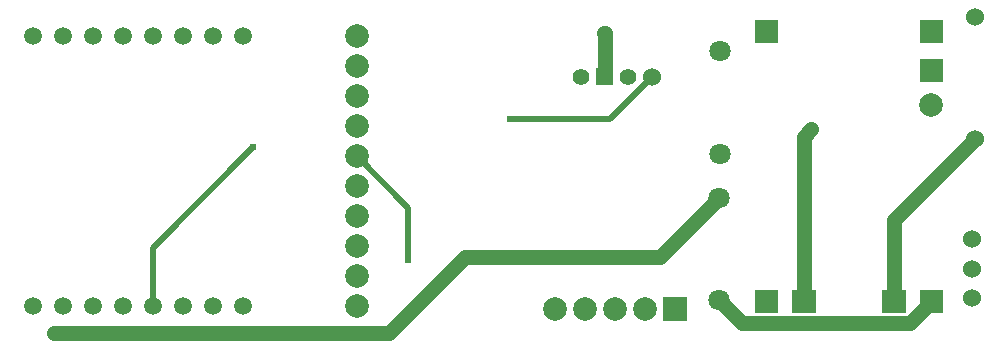
<source format=gbl>
G04 Layer: BottomLayer*
G04 EasyEDA Pro v1.7.27, 2022-07-12 11:29:45*
G04 Gerber Generator version 0.3*
G04 Scale: 100 percent, Rotated: No, Reflected: No*
G04 Dimensions in millimeters*
G04 Leading zeros omitted, absolute positions, 3 integers and 3 decimals*
%FSLAX33Y33*%
%MOMM*%
%ADD10C,1.799996*%
%ADD11C,1.524*%
%ADD12C,1.399997*%
%ADD13C,1.507998*%
%ADD14C,2.000001*%
%ADD15C,0.6096*%
%ADD16C,0.499999*%
%ADD17C,1.27*%
G75*


G04 Pad Start*
G54D10*
G01X67183Y25052D03*
G01X67183Y16352D03*
G01X67146Y3929D03*
G01X67146Y12629D03*
G54D11*
G01X88773Y17583D03*
G01X88773Y27883D03*
G01X61420Y22860D03*
G54D12*
G01X59420Y22860D03*
G36*
G01X58120Y22160D02*
G01X58120Y23560D01*
G01X56720D01*
G01Y22160D01*
G01X58120D01*
G37*
G01X55420Y22860D03*
G54D11*
G01X88519Y9104D03*
G01X88519Y6604D03*
G01X88519Y4104D03*
G54D13*
G01X21717Y26289D03*
G01X24257Y26289D03*
G01X26797Y26289D03*
G01X9017Y26289D03*
G01X11557Y26289D03*
G01X14097Y26289D03*
G01X16637Y26289D03*
G01X19177Y26289D03*
G01X9017Y3429D03*
G01X11557Y3429D03*
G01X14097Y3429D03*
G01X16637Y3429D03*
G01X19177Y3429D03*
G01X21717Y3429D03*
G01X24257Y3429D03*
G01X26797Y3429D03*
G36*
G01X70120Y27670D02*
G01X70120Y25670D01*
G01X72120D01*
G01Y27670D01*
G01X70120D01*
G37*
G36*
G01X70120Y4810D02*
G01X70120Y2810D01*
G01X72120D01*
G01Y4810D01*
G01X70120D01*
G37*
G36*
G01X84090Y4810D02*
G01X84090Y2810D01*
G01X86090D01*
G01Y4810D01*
G01X84090D01*
G37*
G36*
G01X84090Y27670D02*
G01X84090Y25670D01*
G01X86090D01*
G01Y27670D01*
G01X84090D01*
G37*
G36*
G01X80915Y4810D02*
G01X80915Y2810D01*
G01X82915D01*
G01Y4810D01*
G01X80915D01*
G37*
G36*
G01X73295Y4810D02*
G01X73295Y2810D01*
G01X75295D01*
G01Y4810D01*
G01X73295D01*
G37*
G54D14*
G01X36449Y26289D03*
G01X36449Y23749D03*
G01X36449Y21209D03*
G01X36449Y18669D03*
G01X36449Y16129D03*
G01X36449Y13589D03*
G01X36449Y11049D03*
G01X36449Y8509D03*
G01X36449Y5969D03*
G01X36449Y3429D03*
G01X53213Y3175D03*
G01X55753Y3175D03*
G01X58293Y3175D03*
G01X60833Y3175D03*
G36*
G01X62373Y4175D02*
G01X62373Y2175D01*
G01X64373D01*
G01Y4175D01*
G01X62373D01*
G37*
G36*
G01X84090Y22368D02*
G01X86090Y22368D01*
G01Y24368D01*
G01X84090D01*
G01Y22368D01*
G37*
G01X85090Y20447D03*
G04 Pad End*

G04 Via Start*
G54D15*
G01X49403Y19304D03*
G01X57404Y26543D03*
G01X10795Y1143D03*
G01X40804Y7345D03*
G01X27686Y16891D03*
G01X74930Y18415D03*
G04 Via End*

G04 Track Start*
G54D16*
G01X36449Y16129D02*
G01X40804Y11774D01*
G01Y7345D01*
G54D17*
G01X67146Y3929D02*
G01X69053Y2023D01*
G01X83303D01*
G01X85090Y3810D01*
G01X74930Y18415D02*
G01X74295Y17780D01*
G01Y3810D01*
G01X88773Y17583D02*
G01X81915Y10725D01*
G01Y3810D01*
G54D16*
G01X27686Y16891D02*
G01X19177Y8382D01*
G01Y3429D01*
G54D17*
G01X67146Y12629D02*
G01X62137Y7620D01*
G01X45614D01*
G01X10795Y1143D02*
G01X39137Y1143D01*
G01X45614Y7620D01*
G54D16*
G01X49403Y19304D02*
G01X57864Y19304D01*
G01X61420Y22860D01*
G54D17*
G01X57404Y26543D02*
G01X57420Y26527D01*
G01Y22860D01*
G04 Track End*

M02*

</source>
